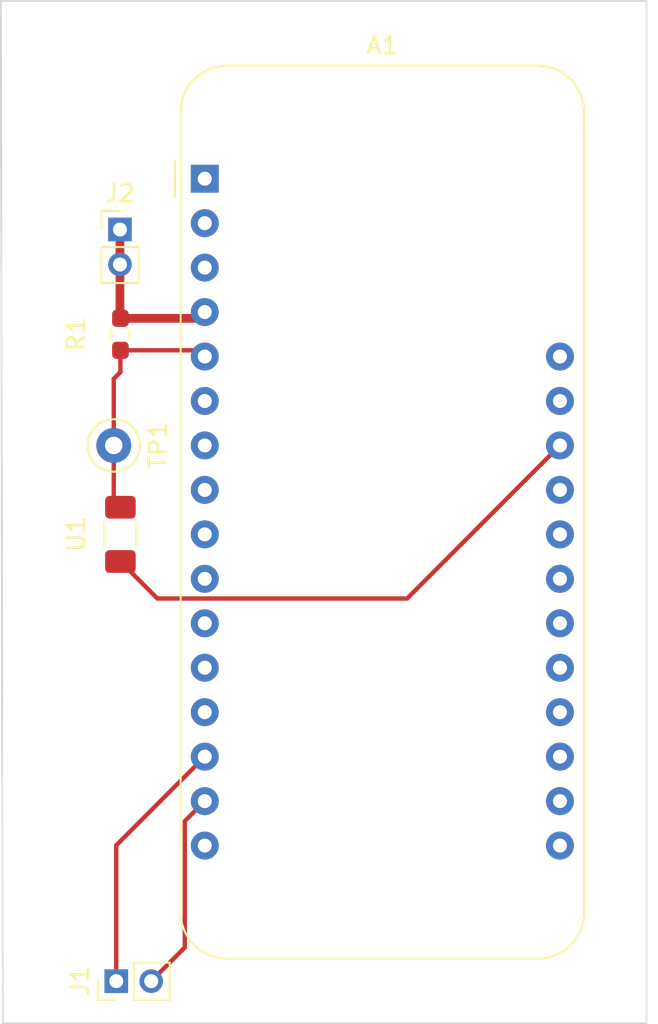
<source format=kicad_pcb>
(kicad_pcb (version 20221018) (generator pcbnew)
  (layers (0 "F.Cu" signal) (31 "B.Cu" signal) (34 "B.Paste" user) (35 "F.Paste" user) (36 "B.SilkS" user "B.Silkscreen") (37 "F.SilkS" user "F.Silkscreen") (38 "B.Mask" user) (39 "F.Mask" user) (44 "Edge.Cuts" user))
  (net 0 "")
  (net 4 "GND")
  (net 5 "ADC")
  (net 14 "RX")
  (net 15 "TX")
  (net 28 "3v")
  (footprint "Resistor_SMD:R_0603_1608Metric_Pad0.98x0.95mm_HandSolder" (layer "F.Cu") (at 23.241 31.75 90)
    (fp_text reference "R1" (at 0 -2.54 90) (layer "F.SilkS"))
    (fp_text value "RMCF2512JT10R0" hide)
    (fp_line (start -0.254724 -0.5225) (end 0.254724 -0.5225) (stroke (width 0.12)) (layer "F.SilkS"))
    (fp_line (start -0.254724 0.5225) (end 0.254724 0.5225) (stroke (width 0.12)) (layer "F.SilkS"))
    (pad "1" smd roundrect (at -0.9125 0 90) (size 0.975 0.95) (layers "F.Cu" "F.Paste" "F.Mask") (net 5 "ADC"))
    (pad "2" smd roundrect (at 0.9125 0 90) (size 0.975 0.95) (layers "F.Cu" "F.Paste" "F.Mask") (net 4 "GND"))
  )
  (footprint "Resistor_SMD:R_1206_3216Metric_Pad1.30x1.75mm_HandSolder" (layer "F.Cu") (at 23.241 43.18 90)
    (fp_text reference "U1" (at 0 -2.54 90) (layer "F.SilkS"))
    (fp_text value "1541201NEA400" hide)
    (fp_line (start -0.727064 -0.91) (end 0.727064 -0.91) (stroke (width 0.12)) (layer "F.SilkS"))
    (fp_line (start -0.727064 0.91) (end 0.727064 0.91) (stroke (width 0.12)) (layer "F.SilkS"))
    (pad "1" smd roundrect (at -1.55 0 90) (size 1.3 1.75) (layers "F.Cu" "F.Paste" "F.Mask") (roundrect_rratio 0.1923076923) (net 28 "3v"))
    (pad "2" smd roundrect (at 1.55 0 90) (size 1.3 1.75) (layers "F.Cu" "F.Paste" "F.Mask") (roundrect_rratio 0.1923076923) (net 5 "ADC"))
  )
  (footprint "Connector_PinHeader_2.00mm:PinHeader_1x02_P2.00mm_Vertical" (layer "F.Cu") (at 23.2156 25.7622)
    (fp_text reference "J2" (at 0 -2.06) (layer "F.SilkS"))
    (fp_text value "NRPN021PAEN-RC" hide)
    (fp_line (start -1.06 -1.06) (end 0 -1.06) (stroke (width 0.12)) (layer "F.SilkS"))
    (fp_line (start -1.06 0) (end -1.06 -1.06) (stroke (width 0.12)) (layer "F.SilkS"))
    (fp_line (start -1.06 1) (end -1.06 3.06) (stroke (width 0.12)) (layer "F.SilkS"))
    (fp_line (start -1.06 1) (end 1.06 1) (stroke (width 0.12)) (layer "F.SilkS"))
    (fp_line (start -1.06 3.06) (end 1.06 3.06) (stroke (width 0.12)) (layer "F.SilkS"))
    (fp_line (start 1.06 1) (end 1.06 3.06) (stroke (width 0.12)) (layer "F.SilkS"))
    (pad "1" thru_hole rect (at 0 0) (size 1.35 1.35) (drill 0.8) (layers "*.Cu" "*.Mask") (net 4 "GND"))
    (pad "2" thru_hole oval (at 0 2) (size 1.35 1.35) (drill 0.8) (layers "*.Cu" "*.Mask") (net 4 "GND"))
  )
  (footprint "Connector_PinHeader_2.00mm:PinHeader_1x02_P2.00mm_Vertical" (layer "F.Cu") (at 23.003 68.707 90)
    (fp_text reference "J1" (at 0 -2.06 90) (layer "F.SilkS"))
    (fp_text value "NRPN021PAEN-RC" hide)
    (fp_line (start -1.06 -1.06) (end 0 -1.06) (stroke (width 0.12)) (layer "F.SilkS"))
    (fp_line (start -1.06 0) (end -1.06 -1.06) (stroke (width 0.12)) (layer "F.SilkS"))
    (fp_line (start -1.06 1) (end -1.06 3.06) (stroke (width 0.12)) (layer "F.SilkS"))
    (fp_line (start -1.06 1) (end 1.06 1) (stroke (width 0.12)) (layer "F.SilkS"))
    (fp_line (start -1.06 3.06) (end 1.06 3.06) (stroke (width 0.12)) (layer "F.SilkS"))
    (fp_line (start 1.06 1) (end 1.06 3.06) (stroke (width 0.12)) (layer "F.SilkS"))
    (pad "1" thru_hole rect (at 0 0 90) (size 1.35 1.35) (drill 0.8) (layers "*.Cu" "*.Mask") (net 14 "RX"))
    (pad "2" thru_hole oval (at 0 2 90) (size 1.35 1.35) (drill 0.8) (layers "*.Cu" "*.Mask") (net 15 "TX"))
  )
  (footprint "Module:Adafruit_Feather" (layer "F.Cu") (at 28.067 22.86)
    (fp_text reference "A1" (at 10.16 -7.62) (layer "F.SilkS"))
    (fp_text value "Adafruit_Feather_HUZZAH_ESP8266")
    (fp_line (start -1.7 1) (end -1.7 -1) (stroke (width 0.12)) (layer "F.SilkS"))
    (fp_line (start -1.38 -3.81) (end -1.38 41.91) (stroke (width 0.12)) (layer "F.SilkS"))
    (fp_line (start 19.05 -6.46) (end 1.27 -6.46) (stroke (width 0.12)) (layer "F.SilkS"))
    (fp_line (start 19.05 44.56) (end 1.27 44.56) (stroke (width 0.12)) (layer "F.SilkS"))
    (fp_line (start 21.7 -3.81) (end 21.7 41.91) (stroke (width 0.12)) (layer "F.SilkS"))
    (fp_arc (start -1.38 -3.81) (mid -0.603833 -5.683833) (end 1.27 -6.46) (stroke (width 0.12)) (layer "F.SilkS"))
    (fp_arc (start 1.27 44.56) (mid -0.603833 43.783833) (end -1.38 41.91) (stroke (width 0.12)) (layer "F.SilkS"))
    (fp_arc (start 19.05 -6.46) (mid 20.923833 -5.683833) (end 21.7 -3.81) (stroke (width 0.12)) (layer "F.SilkS"))
    (fp_arc (start 21.7 41.91) (mid 20.923833 43.783833) (end 19.05 44.56) (stroke (width 0.12)) (layer "F.SilkS"))
    (pad "1" thru_hole rect (at 0 0 180) (size 1.6 1.6) (drill 0.8) (layers "*.Cu" "*.Mask"))
    (pad "2" thru_hole circle (at 0 2.54 180) (size 1.6 1.6) (drill 0.8) (layers "*.Cu" "*.Mask"))
    (pad "3" thru_hole circle (at 0 5.08 180) (size 1.6 1.6) (drill 0.8) (layers "*.Cu" "*.Mask"))
    (pad "4" thru_hole circle (at 0 7.62 180) (size 1.6 1.6) (drill 0.8) (layers "*.Cu" "*.Mask") (net 4 "GND"))
    (pad "5" thru_hole circle (at 0 10.16 180) (size 1.6 1.6) (drill 0.8) (layers "*.Cu" "*.Mask") (net 5 "ADC"))
    (pad "6" thru_hole circle (at 0 12.7 180) (size 1.6 1.6) (drill 0.8) (layers "*.Cu" "*.Mask"))
    (pad "7" thru_hole circle (at 0 15.24 180) (size 1.6 1.6) (drill 0.8) (layers "*.Cu" "*.Mask"))
    (pad "8" thru_hole circle (at 0 17.78 180) (size 1.6 1.6) (drill 0.8) (layers "*.Cu" "*.Mask"))
    (pad "9" thru_hole circle (at 0 20.32 180) (size 1.6 1.6) (drill 0.8) (layers "*.Cu" "*.Mask"))
    (pad "10" thru_hole circle (at 0 22.86 180) (size 1.6 1.6) (drill 0.8) (layers "*.Cu" "*.Mask"))
    (pad "11" thru_hole circle (at 0 25.4 180) (size 1.6 1.6) (drill 0.8) (layers "*.Cu" "*.Mask"))
    (pad "12" thru_hole circle (at 0 27.94 180) (size 1.6 1.6) (drill 0.8) (layers "*.Cu" "*.Mask"))
    (pad "13" thru_hole circle (at 0 30.48 180) (size 1.6 1.6) (drill 0.8) (layers "*.Cu" "*.Mask"))
    (pad "14" thru_hole circle (at 0 33.02 180) (size 1.6 1.6) (drill 0.8) (layers "*.Cu" "*.Mask") (net 14 "RX"))
    (pad "15" thru_hole circle (at 0 35.56 180) (size 1.6 1.6) (drill 0.8) (layers "*.Cu" "*.Mask") (net 15 "TX"))
    (pad "16" thru_hole circle (at 0 38.1 180) (size 1.6 1.6) (drill 0.8) (layers "*.Cu" "*.Mask"))
    (pad "17" thru_hole circle (at 20.32 38.1 180) (size 1.6 1.6) (drill 0.8) (layers "*.Cu" "*.Mask"))
    (pad "18" thru_hole circle (at 20.32 35.56 180) (size 1.6 1.6) (drill 0.8) (layers "*.Cu" "*.Mask"))
    (pad "19" thru_hole circle (at 20.32 33.02 180) (size 1.6 1.6) (drill 0.8) (layers "*.Cu" "*.Mask"))
    (pad "20" thru_hole circle (at 20.32 30.48 180) (size 1.6 1.6) (drill 0.8) (layers "*.Cu" "*.Mask"))
    (pad "21" thru_hole circle (at 20.32 27.94 180) (size 1.6 1.6) (drill 0.8) (layers "*.Cu" "*.Mask"))
    (pad "22" thru_hole circle (at 20.32 25.4 180) (size 1.6 1.6) (drill 0.8) (layers "*.Cu" "*.Mask"))
    (pad "23" thru_hole circle (at 20.32 22.86 180) (size 1.6 1.6) (drill 0.8) (layers "*.Cu" "*.Mask"))
    (pad "24" thru_hole circle (at 20.32 20.32 180) (size 1.6 1.6) (drill 0.8) (layers "*.Cu" "*.Mask"))
    (pad "25" thru_hole circle (at 20.32 17.78 180) (size 1.6 1.6) (drill 0.8) (layers "*.Cu" "*.Mask"))
    (pad "26" thru_hole circle (at 20.32 15.24 180) (size 1.6 1.6) (drill 0.8) (layers "*.Cu" "*.Mask") (net 28 "3v"))
    (pad "27" thru_hole circle (at 20.32 12.7 180) (size 1.6 1.6) (drill 0.8) (layers "*.Cu" "*.Mask"))
    (pad "28" thru_hole circle (at 20.32 10.16 180) (size 1.6 1.6) (drill 0.8) (layers "*.Cu" "*.Mask"))
  )
  (footprint "TestPoint:TestPoint_Loop_D1.80mm_Drill1.0mm_Beaded" (layer "F.Cu") (at 22.86 38.1)
    (fp_text reference "TP1" (at 2.54 0 90) (layer "F.SilkS"))
    (fp_text value "TestPoint")
    (fp_circle (center 0 0) (end 1.5 0) (stroke (width 0.12)) (fill none) (layer "F.SilkS"))
    (pad "1" thru_hole circle (at 0 0) (size 2 2) (drill 1) (layers "*.Cu" "*.Mask") (net 5 "ADC"))
  )
  (gr_line (start 16.4025 12.7) (end 53.34 12.7) (stroke (width 0.1)) (layer "Edge.Cuts"))
  (gr_line (start 16.51 71.12) (end 16.4025 12.7) (stroke (width 0.1)) (layer "Edge.Cuts"))
  (gr_line (start 53.34 12.7) (end 53.34 71.12) (stroke (width 0.1)) (layer "Edge.Cuts"))
  (gr_line (start 53.34 71.12) (end 16.51 71.12) (stroke (width 0.1)) (layer "Edge.Cuts"))
  (segment (start 23.2156 27.7622) (end 23.2156 30.8121) (width 0.5) (layer "F.Cu") (net 4))
  (segment (start 23.2156 30.8121) (end 23.241 30.8375) (width 0.25) (layer "F.Cu") (net 4))
  (segment (start 23.2156 25.7622) (end 23.2156 27.7622) (width 0.5) (layer "F.Cu") (net 4))
  (segment (start 23.241 30.8375) (end 27.7095 30.8375) (width 0.5) (layer "F.Cu") (net 4))
  (segment (start 27.7095 30.8375) (end 28.067 30.48) (width 0.25) (layer "F.Cu") (net 4))
  (segment (start 22.86 41.249) (end 23.241 41.63) (width 0.25) (layer "F.Cu") (net 5))
  (segment (start 22.86 34.29) (end 22.86 38.1) (width 0.25) (layer "F.Cu") (net 5))
  (segment (start 22.86 38.1) (end 22.86 41.249) (width 0.25) (layer "F.Cu") (net 5))
  (segment (start 23.241 33.909) (end 22.86 34.29) (width 0.25) (layer "F.Cu") (net 5))
  (segment (start 27.7095 32.6625) (end 28.067 33.02) (width 0.25) (layer "F.Cu") (net 5))
  (segment (start 23.241 32.6625) (end 27.7095 32.6625) (width 0.25) (layer "F.Cu") (net 5))
  (segment (start 23.241 41.63) (end 22.58 41.63) (width 0.25) (layer "F.Cu") (net 5))
  (segment (start 23.241 33.909) (end 23.241 32.6625) (width 0.25) (layer "F.Cu") (net 5))
  (segment (start 28.067 55.88) (end 23.003 60.944) (width 0.25) (layer "F.Cu") (net 14))
  (segment (start 23.003 60.944) (end 23.003 68.707) (width 0.25) (layer "F.Cu") (net 14))
  (segment (start 26.924 66.786) (end 25.003 68.707) (width 0.25) (layer "F.Cu") (net 15))
  (segment (start 26.924 59.563) (end 26.924 66.786) (width 0.25) (layer "F.Cu") (net 15))
  (segment (start 28.067 58.42) (end 26.924 59.563) (width 0.25) (layer "F.Cu") (net 15))
  (segment (start 39.642 46.845) (end 25.356 46.845) (width 0.25) (layer "F.Cu") (net 28))
  (segment (start 48.387 38.1) (end 39.642 46.845) (width 0.25) (layer "F.Cu") (net 28))
  (segment (start 25.356 46.845) (end 23.241 44.73) (width 0.25) (layer "F.Cu") (net 28))
)
</source>
